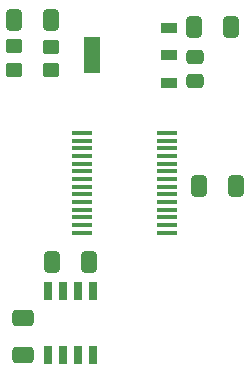
<source format=gtp>
G04 #@! TF.GenerationSoftware,KiCad,Pcbnew,7.0.10-7.0.10~ubuntu23.10.1*
G04 #@! TF.CreationDate,2024-03-11T19:26:56+01:00*
G04 #@! TF.ProjectId,peripherialModule,70657269-7068-4657-9269-616c4d6f6475,rev?*
G04 #@! TF.SameCoordinates,Original*
G04 #@! TF.FileFunction,Paste,Top*
G04 #@! TF.FilePolarity,Positive*
%FSLAX46Y46*%
G04 Gerber Fmt 4.6, Leading zero omitted, Abs format (unit mm)*
G04 Created by KiCad (PCBNEW 7.0.10-7.0.10~ubuntu23.10.1) date 2024-03-11 19:26:56*
%MOMM*%
%LPD*%
G01*
G04 APERTURE LIST*
G04 Aperture macros list*
%AMRoundRect*
0 Rectangle with rounded corners*
0 $1 Rounding radius*
0 $2 $3 $4 $5 $6 $7 $8 $9 X,Y pos of 4 corners*
0 Add a 4 corners polygon primitive as box body*
4,1,4,$2,$3,$4,$5,$6,$7,$8,$9,$2,$3,0*
0 Add four circle primitives for the rounded corners*
1,1,$1+$1,$2,$3*
1,1,$1+$1,$4,$5*
1,1,$1+$1,$6,$7*
1,1,$1+$1,$8,$9*
0 Add four rect primitives between the rounded corners*
20,1,$1+$1,$2,$3,$4,$5,0*
20,1,$1+$1,$4,$5,$6,$7,0*
20,1,$1+$1,$6,$7,$8,$9,0*
20,1,$1+$1,$8,$9,$2,$3,0*%
G04 Aperture macros list end*
%ADD10R,1.473200X0.889000*%
%ADD11R,1.473200X3.149600*%
%ADD12RoundRect,0.250000X-0.412500X-0.650000X0.412500X-0.650000X0.412500X0.650000X-0.412500X0.650000X0*%
%ADD13R,0.650000X1.500000*%
%ADD14RoundRect,0.250000X-0.450000X0.350000X-0.450000X-0.350000X0.450000X-0.350000X0.450000X0.350000X0*%
%ADD15R,1.750000X0.450000*%
%ADD16RoundRect,0.250000X0.650000X-0.412500X0.650000X0.412500X-0.650000X0.412500X-0.650000X-0.412500X0*%
%ADD17RoundRect,0.250000X-0.475000X0.337500X-0.475000X-0.337500X0.475000X-0.337500X0.475000X0.337500X0*%
G04 APERTURE END LIST*
D10*
X221449900Y-73674000D03*
X221449900Y-71374000D03*
X221449900Y-69074000D03*
D11*
X214922100Y-71374000D03*
D12*
X211543500Y-88900000D03*
X214668500Y-88900000D03*
D13*
X215011000Y-91362750D03*
X213741000Y-91362750D03*
X212471000Y-91362750D03*
X211201000Y-91362750D03*
X211201000Y-96762750D03*
X212471000Y-96762750D03*
X213741000Y-96762750D03*
X215011000Y-96762750D03*
D14*
X211429600Y-70628000D03*
X211429600Y-72628000D03*
D15*
X214078000Y-77944000D03*
X214078000Y-78594000D03*
X214078000Y-79244000D03*
X214078000Y-79894000D03*
X214078000Y-80544000D03*
X214078000Y-81194000D03*
X214078000Y-81844000D03*
X214078000Y-82494000D03*
X214078000Y-83144000D03*
X214078000Y-83794000D03*
X214078000Y-84444000D03*
X214078000Y-85094000D03*
X214078000Y-85744000D03*
X214078000Y-86394000D03*
X221278000Y-86394000D03*
X221278000Y-85744000D03*
X221278000Y-85094000D03*
X221278000Y-84444000D03*
X221278000Y-83794000D03*
X221278000Y-83144000D03*
X221278000Y-82494000D03*
X221278000Y-81844000D03*
X221278000Y-81194000D03*
X221278000Y-80544000D03*
X221278000Y-79894000D03*
X221278000Y-79244000D03*
X221278000Y-78594000D03*
X221278000Y-77944000D03*
D12*
X223989500Y-82423000D03*
X227114500Y-82423000D03*
X208330400Y-68340000D03*
X211455400Y-68340000D03*
X223570400Y-68975000D03*
X226695400Y-68975000D03*
D16*
X209080500Y-96768250D03*
X209080500Y-93643250D03*
D17*
X223608900Y-71493500D03*
X223608900Y-73568500D03*
D14*
X208330800Y-70577200D03*
X208330800Y-72577200D03*
M02*

</source>
